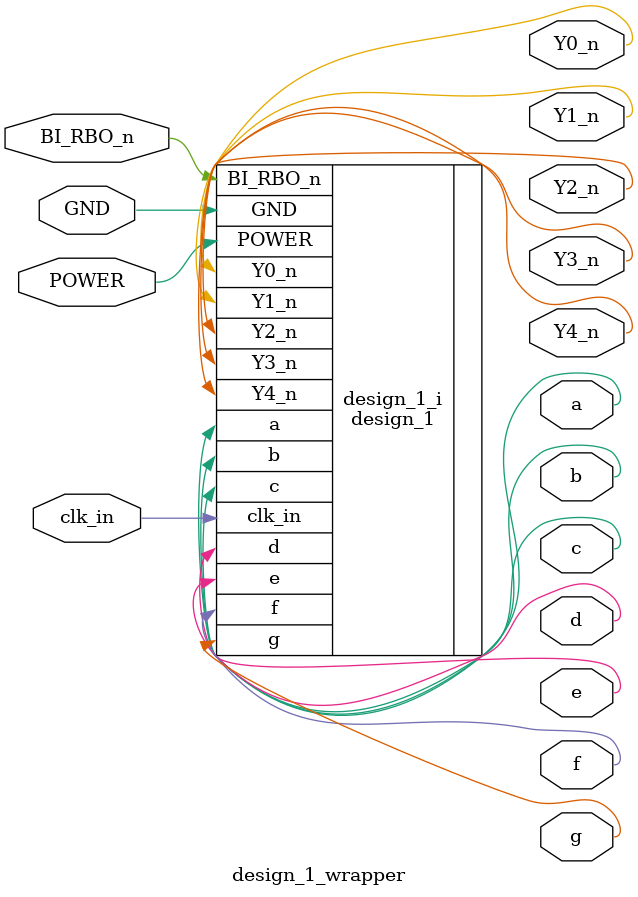
<source format=v>
`timescale 1 ps / 1 ps

module design_1_wrapper
   (BI_RBO_n,
    GND,
    POWER,
    Y0_n,
    Y1_n,
    Y2_n,
    Y3_n,
    Y4_n,
    a,
    b,
    c,
    clk_in,
    d,
    e,
    f,
    g);
  inout BI_RBO_n;
  input GND;
  input POWER;
  output Y0_n;
  output Y1_n;
  output Y2_n;
  output Y3_n;
  output Y4_n;
  output a;
  output b;
  output c;
  input clk_in;
  output d;
  output e;
  output f;
  output g;

  wire BI_RBO_n;
  wire GND;
  wire POWER;
  wire Y0_n;
  wire Y1_n;
  wire Y2_n;
  wire Y3_n;
  wire Y4_n;
  wire a;
  wire b;
  wire c;
  wire clk_in;
  wire d;
  wire e;
  wire f;
  wire g;

  design_1 design_1_i
       (.BI_RBO_n(BI_RBO_n),
        .GND(GND),
        .POWER(POWER),
        .Y0_n(Y0_n),
        .Y1_n(Y1_n),
        .Y2_n(Y2_n),
        .Y3_n(Y3_n),
        .Y4_n(Y4_n),
        .a(a),
        .b(b),
        .c(c),
        .clk_in(clk_in),
        .d(d),
        .e(e),
        .f(f),
        .g(g));
endmodule

</source>
